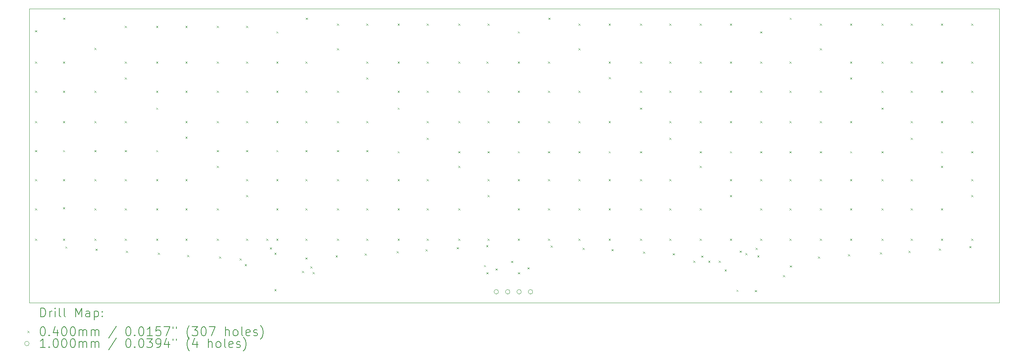
<source format=gbr>
%FSLAX45Y45*%
G04 Gerber Fmt 4.5, Leading zero omitted, Abs format (unit mm)*
G04 Created by KiCad (PCBNEW 6.0.2+dfsg-1~bpo11+1) date 2022-09-22 09:55:24*
%MOMM*%
%LPD*%
G01*
G04 APERTURE LIST*
%TA.AperFunction,Profile*%
%ADD10C,0.100000*%
%TD*%
%ADD11C,0.200000*%
%ADD12C,0.040000*%
%ADD13C,0.100000*%
G04 APERTURE END LIST*
D10*
X3205000Y-7102500D02*
X24802500Y-7102500D01*
X24802500Y-7102500D02*
X24802500Y-13662500D01*
X24802500Y-13662500D02*
X3205000Y-13662500D01*
X3205000Y-13662500D02*
X3205000Y-7102500D01*
D11*
D12*
X3330000Y-7580000D02*
X3370000Y-7620000D01*
X3370000Y-7580000D02*
X3330000Y-7620000D01*
X3330000Y-8280000D02*
X3370000Y-8320000D01*
X3370000Y-8280000D02*
X3330000Y-8320000D01*
X3330000Y-8930000D02*
X3370000Y-8970000D01*
X3370000Y-8930000D02*
X3330000Y-8970000D01*
X3330000Y-9605000D02*
X3370000Y-9645000D01*
X3370000Y-9605000D02*
X3330000Y-9645000D01*
X3330000Y-10255000D02*
X3370000Y-10295000D01*
X3370000Y-10255000D02*
X3330000Y-10295000D01*
X3330000Y-10905000D02*
X3370000Y-10945000D01*
X3370000Y-10905000D02*
X3330000Y-10945000D01*
X3330000Y-11555000D02*
X3370000Y-11595000D01*
X3370000Y-11555000D02*
X3330000Y-11595000D01*
X3330000Y-12230000D02*
X3370000Y-12270000D01*
X3370000Y-12230000D02*
X3330000Y-12270000D01*
X3955000Y-8280000D02*
X3995000Y-8320000D01*
X3995000Y-8280000D02*
X3955000Y-8320000D01*
X3955000Y-8930000D02*
X3995000Y-8970000D01*
X3995000Y-8930000D02*
X3955000Y-8970000D01*
X3955000Y-9605000D02*
X3995000Y-9645000D01*
X3995000Y-9605000D02*
X3955000Y-9645000D01*
X3955000Y-10255000D02*
X3995000Y-10295000D01*
X3995000Y-10255000D02*
X3955000Y-10295000D01*
X3955000Y-10905000D02*
X3995000Y-10945000D01*
X3995000Y-10905000D02*
X3955000Y-10945000D01*
X3955000Y-11530000D02*
X3995000Y-11570000D01*
X3995000Y-11530000D02*
X3955000Y-11570000D01*
X3955000Y-12230000D02*
X3995000Y-12270000D01*
X3995000Y-12230000D02*
X3955000Y-12270000D01*
X3959952Y-7300048D02*
X3999952Y-7340048D01*
X3999952Y-7300048D02*
X3959952Y-7340048D01*
X4005000Y-12405000D02*
X4045000Y-12445000D01*
X4045000Y-12405000D02*
X4005000Y-12445000D01*
X4650048Y-7975048D02*
X4690048Y-8015048D01*
X4690048Y-7975048D02*
X4650048Y-8015048D01*
X4655000Y-8930000D02*
X4695000Y-8970000D01*
X4695000Y-8930000D02*
X4655000Y-8970000D01*
X4655000Y-9605000D02*
X4695000Y-9645000D01*
X4695000Y-9605000D02*
X4655000Y-9645000D01*
X4655000Y-10255000D02*
X4695000Y-10295000D01*
X4695000Y-10255000D02*
X4655000Y-10295000D01*
X4655000Y-10905000D02*
X4695000Y-10945000D01*
X4695000Y-10905000D02*
X4655000Y-10945000D01*
X4655000Y-11555000D02*
X4695000Y-11595000D01*
X4695000Y-11555000D02*
X4655000Y-11595000D01*
X4655000Y-12230000D02*
X4695000Y-12270000D01*
X4695000Y-12230000D02*
X4655000Y-12270000D01*
X4680000Y-12455000D02*
X4720000Y-12495000D01*
X4720000Y-12455000D02*
X4680000Y-12495000D01*
X5330000Y-7480000D02*
X5370000Y-7520000D01*
X5370000Y-7480000D02*
X5330000Y-7520000D01*
X5330000Y-8280000D02*
X5370000Y-8320000D01*
X5370000Y-8280000D02*
X5330000Y-8320000D01*
X5330000Y-8630000D02*
X5370000Y-8670000D01*
X5370000Y-8630000D02*
X5330000Y-8670000D01*
X5330000Y-9605000D02*
X5370000Y-9645000D01*
X5370000Y-9605000D02*
X5330000Y-9645000D01*
X5330000Y-10255000D02*
X5370000Y-10295000D01*
X5370000Y-10255000D02*
X5330000Y-10295000D01*
X5330000Y-10905000D02*
X5370000Y-10945000D01*
X5370000Y-10905000D02*
X5330000Y-10945000D01*
X5330000Y-11555000D02*
X5370000Y-11595000D01*
X5370000Y-11555000D02*
X5330000Y-11595000D01*
X5330000Y-12230000D02*
X5370000Y-12270000D01*
X5370000Y-12230000D02*
X5330000Y-12270000D01*
X5355000Y-12505000D02*
X5395000Y-12545000D01*
X5395000Y-12505000D02*
X5355000Y-12545000D01*
X6030000Y-7480000D02*
X6070000Y-7520000D01*
X6070000Y-7480000D02*
X6030000Y-7520000D01*
X6030000Y-8280000D02*
X6070000Y-8320000D01*
X6070000Y-8280000D02*
X6030000Y-8320000D01*
X6030000Y-8930000D02*
X6070000Y-8970000D01*
X6070000Y-8930000D02*
X6030000Y-8970000D01*
X6030000Y-9305000D02*
X6070000Y-9345000D01*
X6070000Y-9305000D02*
X6030000Y-9345000D01*
X6030000Y-10255000D02*
X6070000Y-10295000D01*
X6070000Y-10255000D02*
X6030000Y-10295000D01*
X6030000Y-10905000D02*
X6070000Y-10945000D01*
X6070000Y-10905000D02*
X6030000Y-10945000D01*
X6030000Y-11555000D02*
X6070000Y-11595000D01*
X6070000Y-11555000D02*
X6030000Y-11595000D01*
X6030000Y-12230000D02*
X6070000Y-12270000D01*
X6070000Y-12230000D02*
X6030000Y-12270000D01*
X6067500Y-12542500D02*
X6107500Y-12582500D01*
X6107500Y-12542500D02*
X6067500Y-12582500D01*
X6680000Y-7480000D02*
X6720000Y-7520000D01*
X6720000Y-7480000D02*
X6680000Y-7520000D01*
X6680000Y-8280000D02*
X6720000Y-8320000D01*
X6720000Y-8280000D02*
X6680000Y-8320000D01*
X6680000Y-8930000D02*
X6720000Y-8970000D01*
X6720000Y-8930000D02*
X6680000Y-8970000D01*
X6680000Y-9605000D02*
X6720000Y-9645000D01*
X6720000Y-9605000D02*
X6680000Y-9645000D01*
X6680000Y-9955000D02*
X6720000Y-9995000D01*
X6720000Y-9955000D02*
X6680000Y-9995000D01*
X6680000Y-10905000D02*
X6720000Y-10945000D01*
X6720000Y-10905000D02*
X6680000Y-10945000D01*
X6680000Y-11555000D02*
X6720000Y-11595000D01*
X6720000Y-11555000D02*
X6680000Y-11595000D01*
X6680000Y-12230000D02*
X6720000Y-12270000D01*
X6720000Y-12230000D02*
X6680000Y-12270000D01*
X6717500Y-12592500D02*
X6757500Y-12632500D01*
X6757500Y-12592500D02*
X6717500Y-12632500D01*
X7380000Y-7480000D02*
X7420000Y-7520000D01*
X7420000Y-7480000D02*
X7380000Y-7520000D01*
X7380000Y-8280000D02*
X7420000Y-8320000D01*
X7420000Y-8280000D02*
X7380000Y-8320000D01*
X7380000Y-8930000D02*
X7420000Y-8970000D01*
X7420000Y-8930000D02*
X7380000Y-8970000D01*
X7380000Y-9605000D02*
X7420000Y-9645000D01*
X7420000Y-9605000D02*
X7380000Y-9645000D01*
X7380000Y-10255000D02*
X7420000Y-10295000D01*
X7420000Y-10255000D02*
X7380000Y-10295000D01*
X7380000Y-10605000D02*
X7420000Y-10645000D01*
X7420000Y-10605000D02*
X7380000Y-10645000D01*
X7380000Y-11555000D02*
X7420000Y-11595000D01*
X7420000Y-11555000D02*
X7380000Y-11595000D01*
X7380000Y-12230000D02*
X7420000Y-12270000D01*
X7420000Y-12230000D02*
X7380000Y-12270000D01*
X7430000Y-12630000D02*
X7470000Y-12670000D01*
X7470000Y-12630000D02*
X7430000Y-12670000D01*
X7887500Y-12672500D02*
X7927500Y-12712500D01*
X7927500Y-12672500D02*
X7887500Y-12712500D01*
X8001250Y-12798750D02*
X8041250Y-12838750D01*
X8041250Y-12798750D02*
X8001250Y-12838750D01*
X8030000Y-7480000D02*
X8070000Y-7520000D01*
X8070000Y-7480000D02*
X8030000Y-7520000D01*
X8030000Y-8280000D02*
X8070000Y-8320000D01*
X8070000Y-8280000D02*
X8030000Y-8320000D01*
X8030000Y-8930000D02*
X8070000Y-8970000D01*
X8070000Y-8930000D02*
X8030000Y-8970000D01*
X8030000Y-9605000D02*
X8070000Y-9645000D01*
X8070000Y-9605000D02*
X8030000Y-9645000D01*
X8030000Y-10255000D02*
X8070000Y-10295000D01*
X8070000Y-10255000D02*
X8030000Y-10295000D01*
X8030000Y-10905000D02*
X8070000Y-10945000D01*
X8070000Y-10905000D02*
X8030000Y-10945000D01*
X8030000Y-11255000D02*
X8070000Y-11295000D01*
X8070000Y-11255000D02*
X8030000Y-11295000D01*
X8030000Y-12230000D02*
X8070000Y-12270000D01*
X8070000Y-12230000D02*
X8030000Y-12270000D01*
X8480000Y-12232500D02*
X8520000Y-12272500D01*
X8520000Y-12232500D02*
X8480000Y-12272500D01*
X8560000Y-12427500D02*
X8600000Y-12467500D01*
X8600000Y-12427500D02*
X8560000Y-12467500D01*
X8662500Y-12547500D02*
X8702500Y-12587500D01*
X8702500Y-12547500D02*
X8662500Y-12587500D01*
X8662500Y-13360000D02*
X8702500Y-13400000D01*
X8702500Y-13360000D02*
X8662500Y-13400000D01*
X8705000Y-7605000D02*
X8745000Y-7645000D01*
X8745000Y-7605000D02*
X8705000Y-7645000D01*
X8705000Y-8280000D02*
X8745000Y-8320000D01*
X8745000Y-8280000D02*
X8705000Y-8320000D01*
X8705000Y-8930000D02*
X8745000Y-8970000D01*
X8745000Y-8930000D02*
X8705000Y-8970000D01*
X8705000Y-9605000D02*
X8745000Y-9645000D01*
X8745000Y-9605000D02*
X8705000Y-9645000D01*
X8705000Y-10255000D02*
X8745000Y-10295000D01*
X8745000Y-10255000D02*
X8705000Y-10295000D01*
X8705000Y-10905000D02*
X8745000Y-10945000D01*
X8745000Y-10905000D02*
X8705000Y-10945000D01*
X8705000Y-11555000D02*
X8745000Y-11595000D01*
X8745000Y-11555000D02*
X8705000Y-11595000D01*
X8705000Y-12230000D02*
X8745000Y-12270000D01*
X8745000Y-12230000D02*
X8705000Y-12270000D01*
X9277500Y-12950000D02*
X9317500Y-12990000D01*
X9317500Y-12950000D02*
X9277500Y-12990000D01*
X9355000Y-8280000D02*
X9395000Y-8320000D01*
X9395000Y-8280000D02*
X9355000Y-8320000D01*
X9355000Y-8930000D02*
X9395000Y-8970000D01*
X9395000Y-8930000D02*
X9355000Y-8970000D01*
X9355000Y-9605000D02*
X9395000Y-9645000D01*
X9395000Y-9605000D02*
X9355000Y-9645000D01*
X9355000Y-10255000D02*
X9395000Y-10295000D01*
X9395000Y-10255000D02*
X9355000Y-10295000D01*
X9355000Y-10905000D02*
X9395000Y-10945000D01*
X9395000Y-10905000D02*
X9355000Y-10945000D01*
X9355000Y-11555000D02*
X9395000Y-11595000D01*
X9395000Y-11555000D02*
X9355000Y-11595000D01*
X9355000Y-12230000D02*
X9395000Y-12270000D01*
X9395000Y-12230000D02*
X9355000Y-12270000D01*
X9355000Y-12650000D02*
X9395000Y-12690000D01*
X9395000Y-12650000D02*
X9355000Y-12690000D01*
X9359952Y-7300048D02*
X9399952Y-7340048D01*
X9399952Y-7300048D02*
X9359952Y-7340048D01*
X9465000Y-12850000D02*
X9505000Y-12890000D01*
X9505000Y-12850000D02*
X9465000Y-12890000D01*
X9515000Y-12975000D02*
X9555000Y-13015000D01*
X9555000Y-12975000D02*
X9515000Y-13015000D01*
X10025000Y-12602500D02*
X10065000Y-12642500D01*
X10065000Y-12602500D02*
X10025000Y-12642500D01*
X10055000Y-7430000D02*
X10095000Y-7470000D01*
X10095000Y-7430000D02*
X10055000Y-7470000D01*
X10055000Y-7980000D02*
X10095000Y-8020000D01*
X10095000Y-7980000D02*
X10055000Y-8020000D01*
X10055000Y-8930000D02*
X10095000Y-8970000D01*
X10095000Y-8930000D02*
X10055000Y-8970000D01*
X10055000Y-9605000D02*
X10095000Y-9645000D01*
X10095000Y-9605000D02*
X10055000Y-9645000D01*
X10055000Y-10255000D02*
X10095000Y-10295000D01*
X10095000Y-10255000D02*
X10055000Y-10295000D01*
X10055000Y-10905000D02*
X10095000Y-10945000D01*
X10095000Y-10905000D02*
X10055000Y-10945000D01*
X10055000Y-11555000D02*
X10095000Y-11595000D01*
X10095000Y-11555000D02*
X10055000Y-11595000D01*
X10055000Y-12230000D02*
X10095000Y-12270000D01*
X10095000Y-12230000D02*
X10055000Y-12270000D01*
X10672500Y-12562500D02*
X10712500Y-12602500D01*
X10712500Y-12562500D02*
X10672500Y-12602500D01*
X10705000Y-7430000D02*
X10745000Y-7470000D01*
X10745000Y-7430000D02*
X10705000Y-7470000D01*
X10705000Y-8280000D02*
X10745000Y-8320000D01*
X10745000Y-8280000D02*
X10705000Y-8320000D01*
X10705000Y-8630000D02*
X10745000Y-8670000D01*
X10745000Y-8630000D02*
X10705000Y-8670000D01*
X10705000Y-9605000D02*
X10745000Y-9645000D01*
X10745000Y-9605000D02*
X10705000Y-9645000D01*
X10705000Y-10255000D02*
X10745000Y-10295000D01*
X10745000Y-10255000D02*
X10705000Y-10295000D01*
X10705000Y-10905000D02*
X10745000Y-10945000D01*
X10745000Y-10905000D02*
X10705000Y-10945000D01*
X10705000Y-11555000D02*
X10745000Y-11595000D01*
X10745000Y-11555000D02*
X10705000Y-11595000D01*
X10705000Y-12230000D02*
X10745000Y-12270000D01*
X10745000Y-12230000D02*
X10705000Y-12270000D01*
X11385000Y-12510000D02*
X11425000Y-12550000D01*
X11425000Y-12510000D02*
X11385000Y-12550000D01*
X11405000Y-7430000D02*
X11445000Y-7470000D01*
X11445000Y-7430000D02*
X11405000Y-7470000D01*
X11405000Y-8280000D02*
X11445000Y-8320000D01*
X11445000Y-8280000D02*
X11405000Y-8320000D01*
X11405000Y-8930000D02*
X11445000Y-8970000D01*
X11445000Y-8930000D02*
X11405000Y-8970000D01*
X11405000Y-9305000D02*
X11445000Y-9345000D01*
X11445000Y-9305000D02*
X11405000Y-9345000D01*
X11405000Y-10280000D02*
X11445000Y-10320000D01*
X11445000Y-10280000D02*
X11405000Y-10320000D01*
X11405000Y-10905000D02*
X11445000Y-10945000D01*
X11445000Y-10905000D02*
X11405000Y-10945000D01*
X11405000Y-11555000D02*
X11445000Y-11595000D01*
X11445000Y-11555000D02*
X11405000Y-11595000D01*
X11405000Y-12230000D02*
X11445000Y-12270000D01*
X11445000Y-12230000D02*
X11405000Y-12270000D01*
X12030000Y-12470000D02*
X12070000Y-12510000D01*
X12070000Y-12470000D02*
X12030000Y-12510000D01*
X12055000Y-7430000D02*
X12095000Y-7470000D01*
X12095000Y-7430000D02*
X12055000Y-7470000D01*
X12055000Y-8280000D02*
X12095000Y-8320000D01*
X12095000Y-8280000D02*
X12055000Y-8320000D01*
X12055000Y-8930000D02*
X12095000Y-8970000D01*
X12095000Y-8930000D02*
X12055000Y-8970000D01*
X12055000Y-9605000D02*
X12095000Y-9645000D01*
X12095000Y-9605000D02*
X12055000Y-9645000D01*
X12055000Y-9980000D02*
X12095000Y-10020000D01*
X12095000Y-9980000D02*
X12055000Y-10020000D01*
X12055000Y-10905000D02*
X12095000Y-10945000D01*
X12095000Y-10905000D02*
X12055000Y-10945000D01*
X12055000Y-11555000D02*
X12095000Y-11595000D01*
X12095000Y-11555000D02*
X12055000Y-11595000D01*
X12055000Y-12230000D02*
X12095000Y-12270000D01*
X12095000Y-12230000D02*
X12055000Y-12270000D01*
X12722500Y-12422500D02*
X12762500Y-12462500D01*
X12762500Y-12422500D02*
X12722500Y-12462500D01*
X12755000Y-7430000D02*
X12795000Y-7470000D01*
X12795000Y-7430000D02*
X12755000Y-7470000D01*
X12755000Y-8280000D02*
X12795000Y-8320000D01*
X12795000Y-8280000D02*
X12755000Y-8320000D01*
X12755000Y-8930000D02*
X12795000Y-8970000D01*
X12795000Y-8930000D02*
X12755000Y-8970000D01*
X12755000Y-9605000D02*
X12795000Y-9645000D01*
X12795000Y-9605000D02*
X12755000Y-9645000D01*
X12755000Y-10280000D02*
X12795000Y-10320000D01*
X12795000Y-10280000D02*
X12755000Y-10320000D01*
X12755000Y-10605000D02*
X12795000Y-10645000D01*
X12795000Y-10605000D02*
X12755000Y-10645000D01*
X12755000Y-11555000D02*
X12795000Y-11595000D01*
X12795000Y-11555000D02*
X12755000Y-11595000D01*
X12755000Y-12230000D02*
X12795000Y-12270000D01*
X12795000Y-12230000D02*
X12755000Y-12270000D01*
X13327500Y-12820000D02*
X13367500Y-12860000D01*
X13367500Y-12820000D02*
X13327500Y-12860000D01*
X13377500Y-12375000D02*
X13417500Y-12415000D01*
X13417500Y-12375000D02*
X13377500Y-12415000D01*
X13380000Y-8280000D02*
X13420000Y-8320000D01*
X13420000Y-8280000D02*
X13380000Y-8320000D01*
X13385000Y-12980000D02*
X13425000Y-13020000D01*
X13425000Y-12980000D02*
X13385000Y-13020000D01*
X13405000Y-7430000D02*
X13445000Y-7470000D01*
X13445000Y-7430000D02*
X13405000Y-7470000D01*
X13405000Y-8930000D02*
X13445000Y-8970000D01*
X13445000Y-8930000D02*
X13405000Y-8970000D01*
X13405000Y-9605000D02*
X13445000Y-9645000D01*
X13445000Y-9605000D02*
X13405000Y-9645000D01*
X13405000Y-10280000D02*
X13445000Y-10320000D01*
X13445000Y-10280000D02*
X13405000Y-10320000D01*
X13405000Y-10905000D02*
X13445000Y-10945000D01*
X13445000Y-10905000D02*
X13405000Y-10945000D01*
X13405000Y-11255000D02*
X13445000Y-11295000D01*
X13445000Y-11255000D02*
X13405000Y-11295000D01*
X13405000Y-12230000D02*
X13445000Y-12270000D01*
X13445000Y-12230000D02*
X13405000Y-12270000D01*
X13582500Y-12895000D02*
X13622500Y-12935000D01*
X13622500Y-12895000D02*
X13582500Y-12935000D01*
X13931250Y-12726250D02*
X13971250Y-12766250D01*
X13971250Y-12726250D02*
X13931250Y-12766250D01*
X14080000Y-7605000D02*
X14120000Y-7645000D01*
X14120000Y-7605000D02*
X14080000Y-7645000D01*
X14080000Y-8280000D02*
X14120000Y-8320000D01*
X14120000Y-8280000D02*
X14080000Y-8320000D01*
X14080000Y-8930000D02*
X14120000Y-8970000D01*
X14120000Y-8930000D02*
X14080000Y-8970000D01*
X14080000Y-9605000D02*
X14120000Y-9645000D01*
X14120000Y-9605000D02*
X14080000Y-9645000D01*
X14080000Y-10280000D02*
X14120000Y-10320000D01*
X14120000Y-10280000D02*
X14080000Y-10320000D01*
X14080000Y-10905000D02*
X14120000Y-10945000D01*
X14120000Y-10905000D02*
X14080000Y-10945000D01*
X14080000Y-11555000D02*
X14120000Y-11595000D01*
X14120000Y-11555000D02*
X14080000Y-11595000D01*
X14080000Y-12230000D02*
X14120000Y-12270000D01*
X14120000Y-12230000D02*
X14080000Y-12270000D01*
X14085000Y-12980000D02*
X14125000Y-13020000D01*
X14125000Y-12980000D02*
X14085000Y-13020000D01*
X14297500Y-12870000D02*
X14337500Y-12910000D01*
X14337500Y-12870000D02*
X14297500Y-12910000D01*
X14755000Y-8280000D02*
X14795000Y-8320000D01*
X14795000Y-8280000D02*
X14755000Y-8320000D01*
X14755000Y-8930000D02*
X14795000Y-8970000D01*
X14795000Y-8930000D02*
X14755000Y-8970000D01*
X14755000Y-9605000D02*
X14795000Y-9645000D01*
X14795000Y-9605000D02*
X14755000Y-9645000D01*
X14755000Y-10280000D02*
X14795000Y-10320000D01*
X14795000Y-10280000D02*
X14755000Y-10320000D01*
X14755000Y-10905000D02*
X14795000Y-10945000D01*
X14795000Y-10905000D02*
X14755000Y-10945000D01*
X14755000Y-11555000D02*
X14795000Y-11595000D01*
X14795000Y-11555000D02*
X14755000Y-11595000D01*
X14755000Y-12230000D02*
X14795000Y-12270000D01*
X14795000Y-12230000D02*
X14755000Y-12270000D01*
X14759952Y-7300048D02*
X14799952Y-7340048D01*
X14799952Y-7300048D02*
X14759952Y-7340048D01*
X14815000Y-12382500D02*
X14855000Y-12422500D01*
X14855000Y-12382500D02*
X14815000Y-12422500D01*
X15430000Y-7430000D02*
X15470000Y-7470000D01*
X15470000Y-7430000D02*
X15430000Y-7470000D01*
X15430000Y-7980000D02*
X15470000Y-8020000D01*
X15470000Y-7980000D02*
X15430000Y-8020000D01*
X15430000Y-8930000D02*
X15470000Y-8970000D01*
X15470000Y-8930000D02*
X15430000Y-8970000D01*
X15430000Y-9605000D02*
X15470000Y-9645000D01*
X15470000Y-9605000D02*
X15430000Y-9645000D01*
X15430000Y-10280000D02*
X15470000Y-10320000D01*
X15470000Y-10280000D02*
X15430000Y-10320000D01*
X15430000Y-10905000D02*
X15470000Y-10945000D01*
X15470000Y-10905000D02*
X15430000Y-10945000D01*
X15430000Y-11555000D02*
X15470000Y-11595000D01*
X15470000Y-11555000D02*
X15430000Y-11595000D01*
X15430000Y-12230000D02*
X15470000Y-12270000D01*
X15470000Y-12230000D02*
X15430000Y-12270000D01*
X15525000Y-12435000D02*
X15565000Y-12475000D01*
X15565000Y-12435000D02*
X15525000Y-12475000D01*
X16105000Y-7430000D02*
X16145000Y-7470000D01*
X16145000Y-7430000D02*
X16105000Y-7470000D01*
X16105000Y-8280000D02*
X16145000Y-8320000D01*
X16145000Y-8280000D02*
X16105000Y-8320000D01*
X16105000Y-9605000D02*
X16145000Y-9645000D01*
X16145000Y-9605000D02*
X16105000Y-9645000D01*
X16105000Y-10280000D02*
X16145000Y-10320000D01*
X16145000Y-10280000D02*
X16105000Y-10320000D01*
X16105000Y-10905000D02*
X16145000Y-10945000D01*
X16145000Y-10905000D02*
X16105000Y-10945000D01*
X16105000Y-11555000D02*
X16145000Y-11595000D01*
X16145000Y-11555000D02*
X16105000Y-11595000D01*
X16105000Y-12230000D02*
X16145000Y-12270000D01*
X16145000Y-12230000D02*
X16105000Y-12270000D01*
X16109952Y-8625048D02*
X16149952Y-8665048D01*
X16149952Y-8625048D02*
X16109952Y-8665048D01*
X16170000Y-12465000D02*
X16210000Y-12505000D01*
X16210000Y-12465000D02*
X16170000Y-12505000D01*
X16805000Y-7430000D02*
X16845000Y-7470000D01*
X16845000Y-7430000D02*
X16805000Y-7470000D01*
X16805000Y-8280000D02*
X16845000Y-8320000D01*
X16845000Y-8280000D02*
X16805000Y-8320000D01*
X16805000Y-8930000D02*
X16845000Y-8970000D01*
X16845000Y-8930000D02*
X16805000Y-8970000D01*
X16805000Y-9305000D02*
X16845000Y-9345000D01*
X16845000Y-9305000D02*
X16805000Y-9345000D01*
X16805000Y-10280000D02*
X16845000Y-10320000D01*
X16845000Y-10280000D02*
X16805000Y-10320000D01*
X16805000Y-10905000D02*
X16845000Y-10945000D01*
X16845000Y-10905000D02*
X16805000Y-10945000D01*
X16805000Y-11555000D02*
X16845000Y-11595000D01*
X16845000Y-11555000D02*
X16805000Y-11595000D01*
X16805000Y-12230000D02*
X16845000Y-12270000D01*
X16845000Y-12230000D02*
X16805000Y-12270000D01*
X16872500Y-12520000D02*
X16912500Y-12560000D01*
X16912500Y-12520000D02*
X16872500Y-12560000D01*
X17455000Y-7430000D02*
X17495000Y-7470000D01*
X17495000Y-7430000D02*
X17455000Y-7470000D01*
X17455000Y-8280000D02*
X17495000Y-8320000D01*
X17495000Y-8280000D02*
X17455000Y-8320000D01*
X17455000Y-8930000D02*
X17495000Y-8970000D01*
X17495000Y-8930000D02*
X17455000Y-8970000D01*
X17455000Y-9605000D02*
X17495000Y-9645000D01*
X17495000Y-9605000D02*
X17455000Y-9645000D01*
X17455000Y-9980000D02*
X17495000Y-10020000D01*
X17495000Y-9980000D02*
X17455000Y-10020000D01*
X17455000Y-10905000D02*
X17495000Y-10945000D01*
X17495000Y-10905000D02*
X17455000Y-10945000D01*
X17455000Y-11555000D02*
X17495000Y-11595000D01*
X17495000Y-11555000D02*
X17455000Y-11595000D01*
X17455000Y-12230000D02*
X17495000Y-12270000D01*
X17495000Y-12230000D02*
X17455000Y-12270000D01*
X17532500Y-12557500D02*
X17572500Y-12597500D01*
X17572500Y-12557500D02*
X17532500Y-12597500D01*
X17990000Y-12725000D02*
X18030000Y-12765000D01*
X18030000Y-12725000D02*
X17990000Y-12765000D01*
X18130000Y-7430000D02*
X18170000Y-7470000D01*
X18170000Y-7430000D02*
X18130000Y-7470000D01*
X18130000Y-8280000D02*
X18170000Y-8320000D01*
X18170000Y-8280000D02*
X18130000Y-8320000D01*
X18130000Y-8930000D02*
X18170000Y-8970000D01*
X18170000Y-8930000D02*
X18130000Y-8970000D01*
X18130000Y-9605000D02*
X18170000Y-9645000D01*
X18170000Y-9605000D02*
X18130000Y-9645000D01*
X18130000Y-10280000D02*
X18170000Y-10320000D01*
X18170000Y-10280000D02*
X18130000Y-10320000D01*
X18130000Y-10605000D02*
X18170000Y-10645000D01*
X18170000Y-10605000D02*
X18130000Y-10645000D01*
X18130000Y-11555000D02*
X18170000Y-11595000D01*
X18170000Y-11555000D02*
X18130000Y-11595000D01*
X18130000Y-12230000D02*
X18170000Y-12270000D01*
X18170000Y-12230000D02*
X18130000Y-12270000D01*
X18163750Y-12608750D02*
X18203750Y-12648750D01*
X18203750Y-12608750D02*
X18163750Y-12648750D01*
X18322500Y-12725000D02*
X18362500Y-12765000D01*
X18362500Y-12725000D02*
X18322500Y-12765000D01*
X18552500Y-12720000D02*
X18592500Y-12760000D01*
X18592500Y-12720000D02*
X18552500Y-12760000D01*
X18687500Y-12920000D02*
X18727500Y-12960000D01*
X18727500Y-12920000D02*
X18687500Y-12960000D01*
X18805000Y-7430000D02*
X18845000Y-7470000D01*
X18845000Y-7430000D02*
X18805000Y-7470000D01*
X18805000Y-8280000D02*
X18845000Y-8320000D01*
X18845000Y-8280000D02*
X18805000Y-8320000D01*
X18805000Y-8930000D02*
X18845000Y-8970000D01*
X18845000Y-8930000D02*
X18805000Y-8970000D01*
X18805000Y-9605000D02*
X18845000Y-9645000D01*
X18845000Y-9605000D02*
X18805000Y-9645000D01*
X18805000Y-10280000D02*
X18845000Y-10320000D01*
X18845000Y-10280000D02*
X18805000Y-10320000D01*
X18805000Y-10905000D02*
X18845000Y-10945000D01*
X18845000Y-10905000D02*
X18805000Y-10945000D01*
X18805000Y-11255000D02*
X18845000Y-11295000D01*
X18845000Y-11255000D02*
X18805000Y-11295000D01*
X18805000Y-12230000D02*
X18845000Y-12270000D01*
X18845000Y-12230000D02*
X18805000Y-12270000D01*
X18950000Y-13370000D02*
X18990000Y-13410000D01*
X18990000Y-13370000D02*
X18950000Y-13410000D01*
X19021250Y-12498750D02*
X19061250Y-12538750D01*
X19061250Y-12498750D02*
X19021250Y-12538750D01*
X19147500Y-12552500D02*
X19187500Y-12592500D01*
X19187500Y-12552500D02*
X19147500Y-12592500D01*
X19362500Y-13377500D02*
X19402500Y-13417500D01*
X19402500Y-13377500D02*
X19362500Y-13417500D01*
X19375000Y-12435000D02*
X19415000Y-12475000D01*
X19415000Y-12435000D02*
X19375000Y-12475000D01*
X19415000Y-12605000D02*
X19455000Y-12645000D01*
X19455000Y-12605000D02*
X19415000Y-12645000D01*
X19480000Y-7605000D02*
X19520000Y-7645000D01*
X19520000Y-7605000D02*
X19480000Y-7645000D01*
X19480000Y-8280000D02*
X19520000Y-8320000D01*
X19520000Y-8280000D02*
X19480000Y-8320000D01*
X19480000Y-8930000D02*
X19520000Y-8970000D01*
X19520000Y-8930000D02*
X19480000Y-8970000D01*
X19480000Y-9605000D02*
X19520000Y-9645000D01*
X19520000Y-9605000D02*
X19480000Y-9645000D01*
X19480000Y-10280000D02*
X19520000Y-10320000D01*
X19520000Y-10280000D02*
X19480000Y-10320000D01*
X19480000Y-10905000D02*
X19520000Y-10945000D01*
X19520000Y-10905000D02*
X19480000Y-10945000D01*
X19480000Y-11555000D02*
X19520000Y-11595000D01*
X19520000Y-11555000D02*
X19480000Y-11595000D01*
X19480000Y-12230000D02*
X19520000Y-12270000D01*
X19520000Y-12230000D02*
X19480000Y-12270000D01*
X19987500Y-13042500D02*
X20027500Y-13082500D01*
X20027500Y-13042500D02*
X19987500Y-13082500D01*
X20130000Y-8280000D02*
X20170000Y-8320000D01*
X20170000Y-8280000D02*
X20130000Y-8320000D01*
X20130000Y-8930000D02*
X20170000Y-8970000D01*
X20170000Y-8930000D02*
X20130000Y-8970000D01*
X20130000Y-9605000D02*
X20170000Y-9645000D01*
X20170000Y-9605000D02*
X20130000Y-9645000D01*
X20130000Y-10280000D02*
X20170000Y-10320000D01*
X20170000Y-10280000D02*
X20130000Y-10320000D01*
X20130000Y-10905000D02*
X20170000Y-10945000D01*
X20170000Y-10905000D02*
X20130000Y-10945000D01*
X20130000Y-11555000D02*
X20170000Y-11595000D01*
X20170000Y-11555000D02*
X20130000Y-11595000D01*
X20130000Y-12230000D02*
X20170000Y-12270000D01*
X20170000Y-12230000D02*
X20130000Y-12270000D01*
X20134952Y-7300048D02*
X20174952Y-7340048D01*
X20174952Y-7300048D02*
X20134952Y-7340048D01*
X20140000Y-12827500D02*
X20180000Y-12867500D01*
X20180000Y-12827500D02*
X20140000Y-12867500D01*
X20762500Y-12627500D02*
X20802500Y-12667500D01*
X20802500Y-12627500D02*
X20762500Y-12667500D01*
X20805000Y-7430000D02*
X20845000Y-7470000D01*
X20845000Y-7430000D02*
X20805000Y-7470000D01*
X20805000Y-7980000D02*
X20845000Y-8020000D01*
X20845000Y-7980000D02*
X20805000Y-8020000D01*
X20805000Y-8930000D02*
X20845000Y-8970000D01*
X20845000Y-8930000D02*
X20805000Y-8970000D01*
X20805000Y-9605000D02*
X20845000Y-9645000D01*
X20845000Y-9605000D02*
X20805000Y-9645000D01*
X20805000Y-10280000D02*
X20845000Y-10320000D01*
X20845000Y-10280000D02*
X20805000Y-10320000D01*
X20805000Y-10905000D02*
X20845000Y-10945000D01*
X20845000Y-10905000D02*
X20805000Y-10945000D01*
X20805000Y-11555000D02*
X20845000Y-11595000D01*
X20845000Y-11555000D02*
X20805000Y-11595000D01*
X20805000Y-12230000D02*
X20845000Y-12270000D01*
X20845000Y-12230000D02*
X20805000Y-12270000D01*
X21435000Y-12577500D02*
X21475000Y-12617500D01*
X21475000Y-12577500D02*
X21435000Y-12617500D01*
X21480000Y-7430000D02*
X21520000Y-7470000D01*
X21520000Y-7430000D02*
X21480000Y-7470000D01*
X21480000Y-8280000D02*
X21520000Y-8320000D01*
X21520000Y-8280000D02*
X21480000Y-8320000D01*
X21480000Y-8630000D02*
X21520000Y-8670000D01*
X21520000Y-8630000D02*
X21480000Y-8670000D01*
X21480000Y-9605000D02*
X21520000Y-9645000D01*
X21520000Y-9605000D02*
X21480000Y-9645000D01*
X21480000Y-10280000D02*
X21520000Y-10320000D01*
X21520000Y-10280000D02*
X21480000Y-10320000D01*
X21480000Y-10905000D02*
X21520000Y-10945000D01*
X21520000Y-10905000D02*
X21480000Y-10945000D01*
X21480000Y-11555000D02*
X21520000Y-11595000D01*
X21520000Y-11555000D02*
X21480000Y-11595000D01*
X21480000Y-12230000D02*
X21520000Y-12270000D01*
X21520000Y-12230000D02*
X21480000Y-12270000D01*
X22147500Y-12537500D02*
X22187500Y-12577500D01*
X22187500Y-12537500D02*
X22147500Y-12577500D01*
X22180000Y-7430000D02*
X22220000Y-7470000D01*
X22220000Y-7430000D02*
X22180000Y-7470000D01*
X22180000Y-8280000D02*
X22220000Y-8320000D01*
X22220000Y-8280000D02*
X22180000Y-8320000D01*
X22180000Y-8930000D02*
X22220000Y-8970000D01*
X22220000Y-8930000D02*
X22180000Y-8970000D01*
X22180000Y-9305000D02*
X22220000Y-9345000D01*
X22220000Y-9305000D02*
X22180000Y-9345000D01*
X22180000Y-10280000D02*
X22220000Y-10320000D01*
X22220000Y-10280000D02*
X22180000Y-10320000D01*
X22180000Y-10905000D02*
X22220000Y-10945000D01*
X22220000Y-10905000D02*
X22180000Y-10945000D01*
X22180000Y-11555000D02*
X22220000Y-11595000D01*
X22220000Y-11555000D02*
X22180000Y-11595000D01*
X22180000Y-12230000D02*
X22220000Y-12270000D01*
X22220000Y-12230000D02*
X22180000Y-12270000D01*
X22777500Y-12505000D02*
X22817500Y-12545000D01*
X22817500Y-12505000D02*
X22777500Y-12545000D01*
X22830000Y-7430000D02*
X22870000Y-7470000D01*
X22870000Y-7430000D02*
X22830000Y-7470000D01*
X22830000Y-8280000D02*
X22870000Y-8320000D01*
X22870000Y-8280000D02*
X22830000Y-8320000D01*
X22830000Y-8930000D02*
X22870000Y-8970000D01*
X22870000Y-8930000D02*
X22830000Y-8970000D01*
X22830000Y-9605000D02*
X22870000Y-9645000D01*
X22870000Y-9605000D02*
X22830000Y-9645000D01*
X22830000Y-9980000D02*
X22870000Y-10020000D01*
X22870000Y-9980000D02*
X22830000Y-10020000D01*
X22830000Y-10905000D02*
X22870000Y-10945000D01*
X22870000Y-10905000D02*
X22830000Y-10945000D01*
X22830000Y-11555000D02*
X22870000Y-11595000D01*
X22870000Y-11555000D02*
X22830000Y-11595000D01*
X22830000Y-12230000D02*
X22870000Y-12270000D01*
X22870000Y-12230000D02*
X22830000Y-12270000D01*
X23456250Y-12448750D02*
X23496250Y-12488750D01*
X23496250Y-12448750D02*
X23456250Y-12488750D01*
X23505000Y-7430000D02*
X23545000Y-7470000D01*
X23545000Y-7430000D02*
X23505000Y-7470000D01*
X23505000Y-8280000D02*
X23545000Y-8320000D01*
X23545000Y-8280000D02*
X23505000Y-8320000D01*
X23505000Y-8930000D02*
X23545000Y-8970000D01*
X23545000Y-8930000D02*
X23505000Y-8970000D01*
X23505000Y-9605000D02*
X23545000Y-9645000D01*
X23545000Y-9605000D02*
X23505000Y-9645000D01*
X23505000Y-10280000D02*
X23545000Y-10320000D01*
X23545000Y-10280000D02*
X23505000Y-10320000D01*
X23505000Y-10605000D02*
X23545000Y-10645000D01*
X23545000Y-10605000D02*
X23505000Y-10645000D01*
X23505000Y-11555000D02*
X23545000Y-11595000D01*
X23545000Y-11555000D02*
X23505000Y-11595000D01*
X23505000Y-12230000D02*
X23545000Y-12270000D01*
X23545000Y-12230000D02*
X23505000Y-12270000D01*
X24135000Y-12397500D02*
X24175000Y-12437500D01*
X24175000Y-12397500D02*
X24135000Y-12437500D01*
X24180000Y-7430000D02*
X24220000Y-7470000D01*
X24220000Y-7430000D02*
X24180000Y-7470000D01*
X24180000Y-8280000D02*
X24220000Y-8320000D01*
X24220000Y-8280000D02*
X24180000Y-8320000D01*
X24180000Y-8930000D02*
X24220000Y-8970000D01*
X24220000Y-8930000D02*
X24180000Y-8970000D01*
X24180000Y-9605000D02*
X24220000Y-9645000D01*
X24220000Y-9605000D02*
X24180000Y-9645000D01*
X24180000Y-10280000D02*
X24220000Y-10320000D01*
X24220000Y-10280000D02*
X24180000Y-10320000D01*
X24180000Y-10905000D02*
X24220000Y-10945000D01*
X24220000Y-10905000D02*
X24180000Y-10945000D01*
X24180000Y-11255000D02*
X24220000Y-11295000D01*
X24220000Y-11255000D02*
X24180000Y-11295000D01*
X24180000Y-12230000D02*
X24220000Y-12270000D01*
X24220000Y-12230000D02*
X24180000Y-12270000D01*
D13*
X13652500Y-13417500D02*
G75*
G03*
X13652500Y-13417500I-50000J0D01*
G01*
X13906500Y-13417500D02*
G75*
G03*
X13906500Y-13417500I-50000J0D01*
G01*
X14160500Y-13417500D02*
G75*
G03*
X14160500Y-13417500I-50000J0D01*
G01*
X14414500Y-13417500D02*
G75*
G03*
X14414500Y-13417500I-50000J0D01*
G01*
D11*
X3457619Y-13977976D02*
X3457619Y-13777976D01*
X3505238Y-13777976D01*
X3533809Y-13787500D01*
X3552857Y-13806548D01*
X3562381Y-13825595D01*
X3571905Y-13863690D01*
X3571905Y-13892262D01*
X3562381Y-13930357D01*
X3552857Y-13949405D01*
X3533809Y-13968452D01*
X3505238Y-13977976D01*
X3457619Y-13977976D01*
X3657619Y-13977976D02*
X3657619Y-13844643D01*
X3657619Y-13882738D02*
X3667143Y-13863690D01*
X3676667Y-13854167D01*
X3695714Y-13844643D01*
X3714762Y-13844643D01*
X3781428Y-13977976D02*
X3781428Y-13844643D01*
X3781428Y-13777976D02*
X3771905Y-13787500D01*
X3781428Y-13797024D01*
X3790952Y-13787500D01*
X3781428Y-13777976D01*
X3781428Y-13797024D01*
X3905238Y-13977976D02*
X3886190Y-13968452D01*
X3876667Y-13949405D01*
X3876667Y-13777976D01*
X4010000Y-13977976D02*
X3990952Y-13968452D01*
X3981428Y-13949405D01*
X3981428Y-13777976D01*
X4238571Y-13977976D02*
X4238571Y-13777976D01*
X4305238Y-13920833D01*
X4371905Y-13777976D01*
X4371905Y-13977976D01*
X4552857Y-13977976D02*
X4552857Y-13873214D01*
X4543333Y-13854167D01*
X4524286Y-13844643D01*
X4486190Y-13844643D01*
X4467143Y-13854167D01*
X4552857Y-13968452D02*
X4533810Y-13977976D01*
X4486190Y-13977976D01*
X4467143Y-13968452D01*
X4457619Y-13949405D01*
X4457619Y-13930357D01*
X4467143Y-13911309D01*
X4486190Y-13901786D01*
X4533810Y-13901786D01*
X4552857Y-13892262D01*
X4648095Y-13844643D02*
X4648095Y-14044643D01*
X4648095Y-13854167D02*
X4667143Y-13844643D01*
X4705238Y-13844643D01*
X4724286Y-13854167D01*
X4733810Y-13863690D01*
X4743333Y-13882738D01*
X4743333Y-13939881D01*
X4733810Y-13958928D01*
X4724286Y-13968452D01*
X4705238Y-13977976D01*
X4667143Y-13977976D01*
X4648095Y-13968452D01*
X4829048Y-13958928D02*
X4838571Y-13968452D01*
X4829048Y-13977976D01*
X4819524Y-13968452D01*
X4829048Y-13958928D01*
X4829048Y-13977976D01*
X4829048Y-13854167D02*
X4838571Y-13863690D01*
X4829048Y-13873214D01*
X4819524Y-13863690D01*
X4829048Y-13854167D01*
X4829048Y-13873214D01*
D12*
X3160000Y-14287500D02*
X3200000Y-14327500D01*
X3200000Y-14287500D02*
X3160000Y-14327500D01*
D11*
X3495714Y-14197976D02*
X3514762Y-14197976D01*
X3533809Y-14207500D01*
X3543333Y-14217024D01*
X3552857Y-14236071D01*
X3562381Y-14274167D01*
X3562381Y-14321786D01*
X3552857Y-14359881D01*
X3543333Y-14378928D01*
X3533809Y-14388452D01*
X3514762Y-14397976D01*
X3495714Y-14397976D01*
X3476667Y-14388452D01*
X3467143Y-14378928D01*
X3457619Y-14359881D01*
X3448095Y-14321786D01*
X3448095Y-14274167D01*
X3457619Y-14236071D01*
X3467143Y-14217024D01*
X3476667Y-14207500D01*
X3495714Y-14197976D01*
X3648095Y-14378928D02*
X3657619Y-14388452D01*
X3648095Y-14397976D01*
X3638571Y-14388452D01*
X3648095Y-14378928D01*
X3648095Y-14397976D01*
X3829048Y-14264643D02*
X3829048Y-14397976D01*
X3781428Y-14188452D02*
X3733809Y-14331309D01*
X3857619Y-14331309D01*
X3971905Y-14197976D02*
X3990952Y-14197976D01*
X4010000Y-14207500D01*
X4019524Y-14217024D01*
X4029048Y-14236071D01*
X4038571Y-14274167D01*
X4038571Y-14321786D01*
X4029048Y-14359881D01*
X4019524Y-14378928D01*
X4010000Y-14388452D01*
X3990952Y-14397976D01*
X3971905Y-14397976D01*
X3952857Y-14388452D01*
X3943333Y-14378928D01*
X3933809Y-14359881D01*
X3924286Y-14321786D01*
X3924286Y-14274167D01*
X3933809Y-14236071D01*
X3943333Y-14217024D01*
X3952857Y-14207500D01*
X3971905Y-14197976D01*
X4162381Y-14197976D02*
X4181428Y-14197976D01*
X4200476Y-14207500D01*
X4210000Y-14217024D01*
X4219524Y-14236071D01*
X4229048Y-14274167D01*
X4229048Y-14321786D01*
X4219524Y-14359881D01*
X4210000Y-14378928D01*
X4200476Y-14388452D01*
X4181428Y-14397976D01*
X4162381Y-14397976D01*
X4143333Y-14388452D01*
X4133809Y-14378928D01*
X4124286Y-14359881D01*
X4114762Y-14321786D01*
X4114762Y-14274167D01*
X4124286Y-14236071D01*
X4133809Y-14217024D01*
X4143333Y-14207500D01*
X4162381Y-14197976D01*
X4314762Y-14397976D02*
X4314762Y-14264643D01*
X4314762Y-14283690D02*
X4324286Y-14274167D01*
X4343333Y-14264643D01*
X4371905Y-14264643D01*
X4390952Y-14274167D01*
X4400476Y-14293214D01*
X4400476Y-14397976D01*
X4400476Y-14293214D02*
X4410000Y-14274167D01*
X4429048Y-14264643D01*
X4457619Y-14264643D01*
X4476667Y-14274167D01*
X4486190Y-14293214D01*
X4486190Y-14397976D01*
X4581429Y-14397976D02*
X4581429Y-14264643D01*
X4581429Y-14283690D02*
X4590952Y-14274167D01*
X4610000Y-14264643D01*
X4638571Y-14264643D01*
X4657619Y-14274167D01*
X4667143Y-14293214D01*
X4667143Y-14397976D01*
X4667143Y-14293214D02*
X4676667Y-14274167D01*
X4695714Y-14264643D01*
X4724286Y-14264643D01*
X4743333Y-14274167D01*
X4752857Y-14293214D01*
X4752857Y-14397976D01*
X5143333Y-14188452D02*
X4971905Y-14445595D01*
X5400476Y-14197976D02*
X5419524Y-14197976D01*
X5438571Y-14207500D01*
X5448095Y-14217024D01*
X5457619Y-14236071D01*
X5467143Y-14274167D01*
X5467143Y-14321786D01*
X5457619Y-14359881D01*
X5448095Y-14378928D01*
X5438571Y-14388452D01*
X5419524Y-14397976D01*
X5400476Y-14397976D01*
X5381429Y-14388452D01*
X5371905Y-14378928D01*
X5362381Y-14359881D01*
X5352857Y-14321786D01*
X5352857Y-14274167D01*
X5362381Y-14236071D01*
X5371905Y-14217024D01*
X5381429Y-14207500D01*
X5400476Y-14197976D01*
X5552857Y-14378928D02*
X5562381Y-14388452D01*
X5552857Y-14397976D01*
X5543333Y-14388452D01*
X5552857Y-14378928D01*
X5552857Y-14397976D01*
X5686190Y-14197976D02*
X5705238Y-14197976D01*
X5724286Y-14207500D01*
X5733809Y-14217024D01*
X5743333Y-14236071D01*
X5752857Y-14274167D01*
X5752857Y-14321786D01*
X5743333Y-14359881D01*
X5733809Y-14378928D01*
X5724286Y-14388452D01*
X5705238Y-14397976D01*
X5686190Y-14397976D01*
X5667143Y-14388452D01*
X5657619Y-14378928D01*
X5648095Y-14359881D01*
X5638571Y-14321786D01*
X5638571Y-14274167D01*
X5648095Y-14236071D01*
X5657619Y-14217024D01*
X5667143Y-14207500D01*
X5686190Y-14197976D01*
X5943333Y-14397976D02*
X5829048Y-14397976D01*
X5886190Y-14397976D02*
X5886190Y-14197976D01*
X5867143Y-14226548D01*
X5848095Y-14245595D01*
X5829048Y-14255119D01*
X6124286Y-14197976D02*
X6029048Y-14197976D01*
X6019524Y-14293214D01*
X6029048Y-14283690D01*
X6048095Y-14274167D01*
X6095714Y-14274167D01*
X6114762Y-14283690D01*
X6124286Y-14293214D01*
X6133809Y-14312262D01*
X6133809Y-14359881D01*
X6124286Y-14378928D01*
X6114762Y-14388452D01*
X6095714Y-14397976D01*
X6048095Y-14397976D01*
X6029048Y-14388452D01*
X6019524Y-14378928D01*
X6200476Y-14197976D02*
X6333809Y-14197976D01*
X6248095Y-14397976D01*
X6400476Y-14197976D02*
X6400476Y-14236071D01*
X6476667Y-14197976D02*
X6476667Y-14236071D01*
X6771905Y-14474167D02*
X6762381Y-14464643D01*
X6743333Y-14436071D01*
X6733809Y-14417024D01*
X6724286Y-14388452D01*
X6714762Y-14340833D01*
X6714762Y-14302738D01*
X6724286Y-14255119D01*
X6733809Y-14226548D01*
X6743333Y-14207500D01*
X6762381Y-14178928D01*
X6771905Y-14169405D01*
X6829048Y-14197976D02*
X6952857Y-14197976D01*
X6886190Y-14274167D01*
X6914762Y-14274167D01*
X6933809Y-14283690D01*
X6943333Y-14293214D01*
X6952857Y-14312262D01*
X6952857Y-14359881D01*
X6943333Y-14378928D01*
X6933809Y-14388452D01*
X6914762Y-14397976D01*
X6857619Y-14397976D01*
X6838571Y-14388452D01*
X6829048Y-14378928D01*
X7076667Y-14197976D02*
X7095714Y-14197976D01*
X7114762Y-14207500D01*
X7124286Y-14217024D01*
X7133809Y-14236071D01*
X7143333Y-14274167D01*
X7143333Y-14321786D01*
X7133809Y-14359881D01*
X7124286Y-14378928D01*
X7114762Y-14388452D01*
X7095714Y-14397976D01*
X7076667Y-14397976D01*
X7057619Y-14388452D01*
X7048095Y-14378928D01*
X7038571Y-14359881D01*
X7029048Y-14321786D01*
X7029048Y-14274167D01*
X7038571Y-14236071D01*
X7048095Y-14217024D01*
X7057619Y-14207500D01*
X7076667Y-14197976D01*
X7210000Y-14197976D02*
X7343333Y-14197976D01*
X7257619Y-14397976D01*
X7571905Y-14397976D02*
X7571905Y-14197976D01*
X7657619Y-14397976D02*
X7657619Y-14293214D01*
X7648095Y-14274167D01*
X7629048Y-14264643D01*
X7600476Y-14264643D01*
X7581428Y-14274167D01*
X7571905Y-14283690D01*
X7781428Y-14397976D02*
X7762381Y-14388452D01*
X7752857Y-14378928D01*
X7743333Y-14359881D01*
X7743333Y-14302738D01*
X7752857Y-14283690D01*
X7762381Y-14274167D01*
X7781428Y-14264643D01*
X7810000Y-14264643D01*
X7829048Y-14274167D01*
X7838571Y-14283690D01*
X7848095Y-14302738D01*
X7848095Y-14359881D01*
X7838571Y-14378928D01*
X7829048Y-14388452D01*
X7810000Y-14397976D01*
X7781428Y-14397976D01*
X7962381Y-14397976D02*
X7943333Y-14388452D01*
X7933809Y-14369405D01*
X7933809Y-14197976D01*
X8114762Y-14388452D02*
X8095714Y-14397976D01*
X8057619Y-14397976D01*
X8038571Y-14388452D01*
X8029048Y-14369405D01*
X8029048Y-14293214D01*
X8038571Y-14274167D01*
X8057619Y-14264643D01*
X8095714Y-14264643D01*
X8114762Y-14274167D01*
X8124286Y-14293214D01*
X8124286Y-14312262D01*
X8029048Y-14331309D01*
X8200476Y-14388452D02*
X8219524Y-14397976D01*
X8257619Y-14397976D01*
X8276667Y-14388452D01*
X8286190Y-14369405D01*
X8286190Y-14359881D01*
X8276667Y-14340833D01*
X8257619Y-14331309D01*
X8229048Y-14331309D01*
X8210000Y-14321786D01*
X8200476Y-14302738D01*
X8200476Y-14293214D01*
X8210000Y-14274167D01*
X8229048Y-14264643D01*
X8257619Y-14264643D01*
X8276667Y-14274167D01*
X8352857Y-14474167D02*
X8362381Y-14464643D01*
X8381428Y-14436071D01*
X8390952Y-14417024D01*
X8400476Y-14388452D01*
X8410000Y-14340833D01*
X8410000Y-14302738D01*
X8400476Y-14255119D01*
X8390952Y-14226548D01*
X8381428Y-14207500D01*
X8362381Y-14178928D01*
X8352857Y-14169405D01*
D13*
X3200000Y-14571500D02*
G75*
G03*
X3200000Y-14571500I-50000J0D01*
G01*
D11*
X3562381Y-14661976D02*
X3448095Y-14661976D01*
X3505238Y-14661976D02*
X3505238Y-14461976D01*
X3486190Y-14490548D01*
X3467143Y-14509595D01*
X3448095Y-14519119D01*
X3648095Y-14642928D02*
X3657619Y-14652452D01*
X3648095Y-14661976D01*
X3638571Y-14652452D01*
X3648095Y-14642928D01*
X3648095Y-14661976D01*
X3781428Y-14461976D02*
X3800476Y-14461976D01*
X3819524Y-14471500D01*
X3829048Y-14481024D01*
X3838571Y-14500071D01*
X3848095Y-14538167D01*
X3848095Y-14585786D01*
X3838571Y-14623881D01*
X3829048Y-14642928D01*
X3819524Y-14652452D01*
X3800476Y-14661976D01*
X3781428Y-14661976D01*
X3762381Y-14652452D01*
X3752857Y-14642928D01*
X3743333Y-14623881D01*
X3733809Y-14585786D01*
X3733809Y-14538167D01*
X3743333Y-14500071D01*
X3752857Y-14481024D01*
X3762381Y-14471500D01*
X3781428Y-14461976D01*
X3971905Y-14461976D02*
X3990952Y-14461976D01*
X4010000Y-14471500D01*
X4019524Y-14481024D01*
X4029048Y-14500071D01*
X4038571Y-14538167D01*
X4038571Y-14585786D01*
X4029048Y-14623881D01*
X4019524Y-14642928D01*
X4010000Y-14652452D01*
X3990952Y-14661976D01*
X3971905Y-14661976D01*
X3952857Y-14652452D01*
X3943333Y-14642928D01*
X3933809Y-14623881D01*
X3924286Y-14585786D01*
X3924286Y-14538167D01*
X3933809Y-14500071D01*
X3943333Y-14481024D01*
X3952857Y-14471500D01*
X3971905Y-14461976D01*
X4162381Y-14461976D02*
X4181428Y-14461976D01*
X4200476Y-14471500D01*
X4210000Y-14481024D01*
X4219524Y-14500071D01*
X4229048Y-14538167D01*
X4229048Y-14585786D01*
X4219524Y-14623881D01*
X4210000Y-14642928D01*
X4200476Y-14652452D01*
X4181428Y-14661976D01*
X4162381Y-14661976D01*
X4143333Y-14652452D01*
X4133809Y-14642928D01*
X4124286Y-14623881D01*
X4114762Y-14585786D01*
X4114762Y-14538167D01*
X4124286Y-14500071D01*
X4133809Y-14481024D01*
X4143333Y-14471500D01*
X4162381Y-14461976D01*
X4314762Y-14661976D02*
X4314762Y-14528643D01*
X4314762Y-14547690D02*
X4324286Y-14538167D01*
X4343333Y-14528643D01*
X4371905Y-14528643D01*
X4390952Y-14538167D01*
X4400476Y-14557214D01*
X4400476Y-14661976D01*
X4400476Y-14557214D02*
X4410000Y-14538167D01*
X4429048Y-14528643D01*
X4457619Y-14528643D01*
X4476667Y-14538167D01*
X4486190Y-14557214D01*
X4486190Y-14661976D01*
X4581429Y-14661976D02*
X4581429Y-14528643D01*
X4581429Y-14547690D02*
X4590952Y-14538167D01*
X4610000Y-14528643D01*
X4638571Y-14528643D01*
X4657619Y-14538167D01*
X4667143Y-14557214D01*
X4667143Y-14661976D01*
X4667143Y-14557214D02*
X4676667Y-14538167D01*
X4695714Y-14528643D01*
X4724286Y-14528643D01*
X4743333Y-14538167D01*
X4752857Y-14557214D01*
X4752857Y-14661976D01*
X5143333Y-14452452D02*
X4971905Y-14709595D01*
X5400476Y-14461976D02*
X5419524Y-14461976D01*
X5438571Y-14471500D01*
X5448095Y-14481024D01*
X5457619Y-14500071D01*
X5467143Y-14538167D01*
X5467143Y-14585786D01*
X5457619Y-14623881D01*
X5448095Y-14642928D01*
X5438571Y-14652452D01*
X5419524Y-14661976D01*
X5400476Y-14661976D01*
X5381429Y-14652452D01*
X5371905Y-14642928D01*
X5362381Y-14623881D01*
X5352857Y-14585786D01*
X5352857Y-14538167D01*
X5362381Y-14500071D01*
X5371905Y-14481024D01*
X5381429Y-14471500D01*
X5400476Y-14461976D01*
X5552857Y-14642928D02*
X5562381Y-14652452D01*
X5552857Y-14661976D01*
X5543333Y-14652452D01*
X5552857Y-14642928D01*
X5552857Y-14661976D01*
X5686190Y-14461976D02*
X5705238Y-14461976D01*
X5724286Y-14471500D01*
X5733809Y-14481024D01*
X5743333Y-14500071D01*
X5752857Y-14538167D01*
X5752857Y-14585786D01*
X5743333Y-14623881D01*
X5733809Y-14642928D01*
X5724286Y-14652452D01*
X5705238Y-14661976D01*
X5686190Y-14661976D01*
X5667143Y-14652452D01*
X5657619Y-14642928D01*
X5648095Y-14623881D01*
X5638571Y-14585786D01*
X5638571Y-14538167D01*
X5648095Y-14500071D01*
X5657619Y-14481024D01*
X5667143Y-14471500D01*
X5686190Y-14461976D01*
X5819524Y-14461976D02*
X5943333Y-14461976D01*
X5876667Y-14538167D01*
X5905238Y-14538167D01*
X5924286Y-14547690D01*
X5933809Y-14557214D01*
X5943333Y-14576262D01*
X5943333Y-14623881D01*
X5933809Y-14642928D01*
X5924286Y-14652452D01*
X5905238Y-14661976D01*
X5848095Y-14661976D01*
X5829048Y-14652452D01*
X5819524Y-14642928D01*
X6038571Y-14661976D02*
X6076667Y-14661976D01*
X6095714Y-14652452D01*
X6105238Y-14642928D01*
X6124286Y-14614357D01*
X6133809Y-14576262D01*
X6133809Y-14500071D01*
X6124286Y-14481024D01*
X6114762Y-14471500D01*
X6095714Y-14461976D01*
X6057619Y-14461976D01*
X6038571Y-14471500D01*
X6029048Y-14481024D01*
X6019524Y-14500071D01*
X6019524Y-14547690D01*
X6029048Y-14566738D01*
X6038571Y-14576262D01*
X6057619Y-14585786D01*
X6095714Y-14585786D01*
X6114762Y-14576262D01*
X6124286Y-14566738D01*
X6133809Y-14547690D01*
X6305238Y-14528643D02*
X6305238Y-14661976D01*
X6257619Y-14452452D02*
X6210000Y-14595309D01*
X6333809Y-14595309D01*
X6400476Y-14461976D02*
X6400476Y-14500071D01*
X6476667Y-14461976D02*
X6476667Y-14500071D01*
X6771905Y-14738167D02*
X6762381Y-14728643D01*
X6743333Y-14700071D01*
X6733809Y-14681024D01*
X6724286Y-14652452D01*
X6714762Y-14604833D01*
X6714762Y-14566738D01*
X6724286Y-14519119D01*
X6733809Y-14490548D01*
X6743333Y-14471500D01*
X6762381Y-14442928D01*
X6771905Y-14433405D01*
X6933809Y-14528643D02*
X6933809Y-14661976D01*
X6886190Y-14452452D02*
X6838571Y-14595309D01*
X6962381Y-14595309D01*
X7190952Y-14661976D02*
X7190952Y-14461976D01*
X7276667Y-14661976D02*
X7276667Y-14557214D01*
X7267143Y-14538167D01*
X7248095Y-14528643D01*
X7219524Y-14528643D01*
X7200476Y-14538167D01*
X7190952Y-14547690D01*
X7400476Y-14661976D02*
X7381428Y-14652452D01*
X7371905Y-14642928D01*
X7362381Y-14623881D01*
X7362381Y-14566738D01*
X7371905Y-14547690D01*
X7381428Y-14538167D01*
X7400476Y-14528643D01*
X7429048Y-14528643D01*
X7448095Y-14538167D01*
X7457619Y-14547690D01*
X7467143Y-14566738D01*
X7467143Y-14623881D01*
X7457619Y-14642928D01*
X7448095Y-14652452D01*
X7429048Y-14661976D01*
X7400476Y-14661976D01*
X7581428Y-14661976D02*
X7562381Y-14652452D01*
X7552857Y-14633405D01*
X7552857Y-14461976D01*
X7733809Y-14652452D02*
X7714762Y-14661976D01*
X7676667Y-14661976D01*
X7657619Y-14652452D01*
X7648095Y-14633405D01*
X7648095Y-14557214D01*
X7657619Y-14538167D01*
X7676667Y-14528643D01*
X7714762Y-14528643D01*
X7733809Y-14538167D01*
X7743333Y-14557214D01*
X7743333Y-14576262D01*
X7648095Y-14595309D01*
X7819524Y-14652452D02*
X7838571Y-14661976D01*
X7876667Y-14661976D01*
X7895714Y-14652452D01*
X7905238Y-14633405D01*
X7905238Y-14623881D01*
X7895714Y-14604833D01*
X7876667Y-14595309D01*
X7848095Y-14595309D01*
X7829048Y-14585786D01*
X7819524Y-14566738D01*
X7819524Y-14557214D01*
X7829048Y-14538167D01*
X7848095Y-14528643D01*
X7876667Y-14528643D01*
X7895714Y-14538167D01*
X7971905Y-14738167D02*
X7981428Y-14728643D01*
X8000476Y-14700071D01*
X8010000Y-14681024D01*
X8019524Y-14652452D01*
X8029048Y-14604833D01*
X8029048Y-14566738D01*
X8019524Y-14519119D01*
X8010000Y-14490548D01*
X8000476Y-14471500D01*
X7981428Y-14442928D01*
X7971905Y-14433405D01*
M02*

</source>
